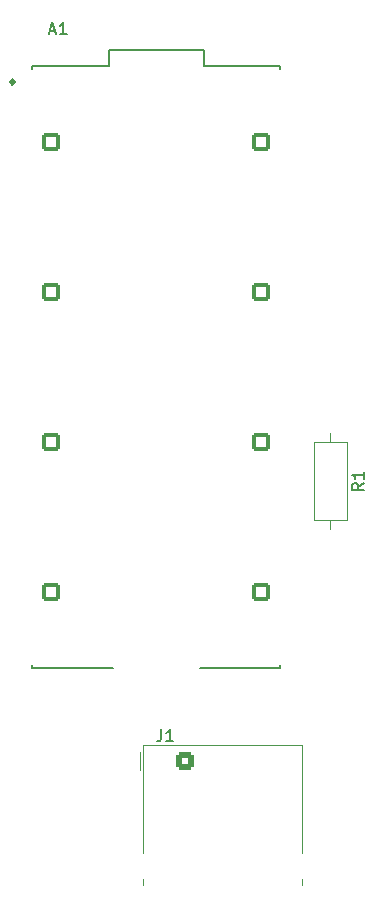
<source format=gto>
G04 #@! TF.GenerationSoftware,KiCad,Pcbnew,8.0.3*
G04 #@! TF.CreationDate,2024-06-17T12:07:06+02:00*
G04 #@! TF.ProjectId,Rasppipico f_r HAN-port,52617370-7069-4706-9963-6f2066f67220,rev?*
G04 #@! TF.SameCoordinates,Original*
G04 #@! TF.FileFunction,Legend,Top*
G04 #@! TF.FilePolarity,Positive*
%FSLAX46Y46*%
G04 Gerber Fmt 4.6, Leading zero omitted, Abs format (unit mm)*
G04 Created by KiCad (PCBNEW 8.0.3) date 2024-06-17 12:07:06*
%MOMM*%
%LPD*%
G01*
G04 APERTURE LIST*
G04 Aperture macros list*
%AMRoundRect*
0 Rectangle with rounded corners*
0 $1 Rounding radius*
0 $2 $3 $4 $5 $6 $7 $8 $9 X,Y pos of 4 corners*
0 Add a 4 corners polygon primitive as box body*
4,1,4,$2,$3,$4,$5,$6,$7,$8,$9,$2,$3,0*
0 Add four circle primitives for the rounded corners*
1,1,$1+$1,$2,$3*
1,1,$1+$1,$4,$5*
1,1,$1+$1,$6,$7*
1,1,$1+$1,$8,$9*
0 Add four rect primitives between the rounded corners*
20,1,$1+$1,$2,$3,$4,$5,0*
20,1,$1+$1,$4,$5,$6,$7,0*
20,1,$1+$1,$6,$7,$8,$9,0*
20,1,$1+$1,$8,$9,$2,$3,0*%
G04 Aperture macros list end*
%ADD10C,0.150000*%
%ADD11C,0.120000*%
%ADD12C,0.127000*%
%ADD13C,0.300000*%
%ADD14O,1.600000X1.600000*%
%ADD15C,1.600000*%
%ADD16C,1.520000*%
%ADD17RoundRect,0.250000X-0.510000X-0.510000X0.510000X-0.510000X0.510000X0.510000X-0.510000X0.510000X0*%
%ADD18C,3.250000*%
%ADD19RoundRect,0.200000X-0.600000X-0.600000X0.600000X-0.600000X0.600000X0.600000X-0.600000X0.600000X0*%
G04 APERTURE END LIST*
D10*
X159542819Y-89574666D02*
X159066628Y-89907999D01*
X159542819Y-90146094D02*
X158542819Y-90146094D01*
X158542819Y-90146094D02*
X158542819Y-89765142D01*
X158542819Y-89765142D02*
X158590438Y-89669904D01*
X158590438Y-89669904D02*
X158638057Y-89622285D01*
X158638057Y-89622285D02*
X158733295Y-89574666D01*
X158733295Y-89574666D02*
X158876152Y-89574666D01*
X158876152Y-89574666D02*
X158971390Y-89622285D01*
X158971390Y-89622285D02*
X159019009Y-89669904D01*
X159019009Y-89669904D02*
X159066628Y-89765142D01*
X159066628Y-89765142D02*
X159066628Y-90146094D01*
X159542819Y-88622285D02*
X159542819Y-89193713D01*
X159542819Y-88907999D02*
X158542819Y-88907999D01*
X158542819Y-88907999D02*
X158685676Y-89003237D01*
X158685676Y-89003237D02*
X158780914Y-89098475D01*
X158780914Y-89098475D02*
X158828533Y-89193713D01*
X142400666Y-110428819D02*
X142400666Y-111143104D01*
X142400666Y-111143104D02*
X142353047Y-111285961D01*
X142353047Y-111285961D02*
X142257809Y-111381200D01*
X142257809Y-111381200D02*
X142114952Y-111428819D01*
X142114952Y-111428819D02*
X142019714Y-111428819D01*
X143400666Y-111428819D02*
X142829238Y-111428819D01*
X143114952Y-111428819D02*
X143114952Y-110428819D01*
X143114952Y-110428819D02*
X143019714Y-110571676D01*
X143019714Y-110571676D02*
X142924476Y-110666914D01*
X142924476Y-110666914D02*
X142829238Y-110714533D01*
X132946714Y-51290104D02*
X133422904Y-51290104D01*
X132851476Y-51575819D02*
X133184809Y-50575819D01*
X133184809Y-50575819D02*
X133518142Y-51575819D01*
X134375285Y-51575819D02*
X133803857Y-51575819D01*
X134089571Y-51575819D02*
X134089571Y-50575819D01*
X134089571Y-50575819D02*
X133994333Y-50718676D01*
X133994333Y-50718676D02*
X133899095Y-50813914D01*
X133899095Y-50813914D02*
X133803857Y-50861533D01*
D11*
X156718000Y-93448000D02*
X156718000Y-92678000D01*
X155348000Y-92678000D02*
X158088000Y-92678000D01*
X158088000Y-92678000D02*
X158088000Y-86138000D01*
X155348000Y-86138000D02*
X155348000Y-92678000D01*
X158088000Y-86138000D02*
X155348000Y-86138000D01*
X156718000Y-85368000D02*
X156718000Y-86138000D01*
X154284000Y-123584000D02*
X154284000Y-123124000D01*
X154284000Y-111794000D02*
X154284000Y-120924000D01*
X140864000Y-123584000D02*
X140864000Y-123124000D01*
X140864000Y-120924000D02*
X140864000Y-111794000D01*
X140864000Y-111794000D02*
X154284000Y-111794000D01*
X140554000Y-113904000D02*
X140554000Y-112374000D01*
D12*
X131486000Y-54256000D02*
X137986000Y-54256000D01*
X131486000Y-54506000D02*
X131486000Y-54256000D01*
X131486000Y-105256000D02*
X131486000Y-105006000D01*
X137986000Y-52956000D02*
X145986000Y-52956000D01*
X137986000Y-54256000D02*
X137986000Y-52956000D01*
X138326000Y-105256000D02*
X131486000Y-105256000D01*
X145986000Y-52956000D02*
X145986000Y-54256000D01*
X145986000Y-54256000D02*
X152486000Y-54256000D01*
X152486000Y-54256000D02*
X152486000Y-54506000D01*
X152486000Y-105256000D02*
X145646000Y-105256000D01*
X152486000Y-105256000D02*
X152486000Y-105006000D01*
D13*
X129946000Y-55626000D02*
G75*
G02*
X129646000Y-55626000I-150000J0D01*
G01*
X129646000Y-55626000D02*
G75*
G02*
X129946000Y-55626000I150000J0D01*
G01*
%LPC*%
D14*
X156718000Y-94488000D03*
D15*
X156718000Y-84328000D03*
D16*
X150744000Y-115674000D03*
X149474000Y-113134000D03*
X148204000Y-115674000D03*
X146934000Y-113134000D03*
X145664000Y-115674000D03*
D17*
X144394000Y-113134000D03*
D18*
X152654000Y-122024000D03*
X142494000Y-122024000D03*
D15*
X133096000Y-55626000D03*
X133096000Y-58166000D03*
D19*
X133096000Y-60706000D03*
D15*
X133096000Y-63246000D03*
X133096000Y-65786000D03*
X133096000Y-68326000D03*
X133096000Y-70866000D03*
D19*
X133096000Y-73406000D03*
D15*
X133096000Y-75946000D03*
X133096000Y-78486000D03*
X133096000Y-81026000D03*
X133096000Y-83566000D03*
D19*
X133096000Y-86106000D03*
D15*
X133096000Y-88646000D03*
X133096000Y-91186000D03*
X133137881Y-93726000D03*
X133096000Y-96266000D03*
D19*
X133096000Y-98806000D03*
D15*
X133096000Y-101346000D03*
X133096000Y-103886000D03*
X150876000Y-103886000D03*
X150876000Y-101346000D03*
D19*
X150876000Y-98806000D03*
D15*
X150876000Y-96266000D03*
X150876000Y-93726000D03*
X150876000Y-91186000D03*
X150876000Y-88646000D03*
D19*
X150876000Y-86106000D03*
D15*
X150876000Y-83566000D03*
X150876000Y-81026000D03*
X150876000Y-78486000D03*
X150876000Y-75946000D03*
D19*
X150876000Y-73406000D03*
D15*
X150876000Y-70866000D03*
X150876000Y-68326000D03*
X150876000Y-65786000D03*
X150876000Y-63246000D03*
D19*
X150876000Y-60706000D03*
D15*
X150876000Y-58166000D03*
X150876000Y-55626000D03*
%LPD*%
M02*

</source>
